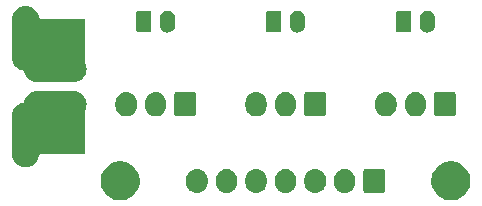
<source format=gts>
G04 #@! TF.GenerationSoftware,KiCad,Pcbnew,(5.1.5)-3*
G04 #@! TF.CreationDate,2020-09-06T00:36:18+02:00*
G04 #@! TF.ProjectId,2S_serial_charging_board,32535f73-6572-4696-916c-5f6368617267,1*
G04 #@! TF.SameCoordinates,Original*
G04 #@! TF.FileFunction,Soldermask,Top*
G04 #@! TF.FilePolarity,Negative*
%FSLAX46Y46*%
G04 Gerber Fmt 4.6, Leading zero omitted, Abs format (unit mm)*
G04 Created by KiCad (PCBNEW (5.1.5)-3) date 2020-09-06 00:36:18*
%MOMM*%
%LPD*%
G04 APERTURE LIST*
%ADD10C,0.100000*%
G04 APERTURE END LIST*
D10*
G36*
X99375256Y-115391298D02*
G01*
X99481579Y-115412447D01*
X99694037Y-115500450D01*
X99735965Y-115517817D01*
X99782042Y-115536903D01*
X100052451Y-115717585D01*
X100282415Y-115947549D01*
X100463097Y-116217958D01*
X100463098Y-116217960D01*
X100471813Y-116239000D01*
X100587553Y-116518421D01*
X100608702Y-116624744D01*
X100651000Y-116837389D01*
X100651000Y-117162611D01*
X100649677Y-117169260D01*
X100587553Y-117481579D01*
X100526907Y-117627991D01*
X100470080Y-117765185D01*
X100463097Y-117782042D01*
X100282415Y-118052451D01*
X100052451Y-118282415D01*
X99782042Y-118463097D01*
X99481579Y-118587553D01*
X99375256Y-118608702D01*
X99162611Y-118651000D01*
X98837389Y-118651000D01*
X98624744Y-118608702D01*
X98518421Y-118587553D01*
X98217958Y-118463097D01*
X97947549Y-118282415D01*
X97717585Y-118052451D01*
X97536903Y-117782042D01*
X97529921Y-117765185D01*
X97473093Y-117627991D01*
X97412447Y-117481579D01*
X97350323Y-117169260D01*
X97349000Y-117162611D01*
X97349000Y-116837389D01*
X97391298Y-116624744D01*
X97412447Y-116518421D01*
X97528187Y-116239000D01*
X97536902Y-116217960D01*
X97536903Y-116217958D01*
X97717585Y-115947549D01*
X97947549Y-115717585D01*
X98217958Y-115536903D01*
X98264036Y-115517817D01*
X98305963Y-115500450D01*
X98518421Y-115412447D01*
X98624744Y-115391298D01*
X98837389Y-115349000D01*
X99162611Y-115349000D01*
X99375256Y-115391298D01*
G37*
G36*
X127375256Y-115391298D02*
G01*
X127481579Y-115412447D01*
X127694037Y-115500450D01*
X127735965Y-115517817D01*
X127782042Y-115536903D01*
X128052451Y-115717585D01*
X128282415Y-115947549D01*
X128463097Y-116217958D01*
X128463098Y-116217960D01*
X128471813Y-116239000D01*
X128587553Y-116518421D01*
X128608702Y-116624744D01*
X128651000Y-116837389D01*
X128651000Y-117162611D01*
X128649677Y-117169260D01*
X128587553Y-117481579D01*
X128526907Y-117627991D01*
X128470080Y-117765185D01*
X128463097Y-117782042D01*
X128282415Y-118052451D01*
X128052451Y-118282415D01*
X127782042Y-118463097D01*
X127481579Y-118587553D01*
X127375256Y-118608702D01*
X127162611Y-118651000D01*
X126837389Y-118651000D01*
X126624744Y-118608702D01*
X126518421Y-118587553D01*
X126217958Y-118463097D01*
X125947549Y-118282415D01*
X125717585Y-118052451D01*
X125536903Y-117782042D01*
X125529921Y-117765185D01*
X125473093Y-117627991D01*
X125412447Y-117481579D01*
X125350323Y-117169260D01*
X125349000Y-117162611D01*
X125349000Y-116837389D01*
X125391298Y-116624744D01*
X125412447Y-116518421D01*
X125528187Y-116239000D01*
X125536902Y-116217960D01*
X125536903Y-116217958D01*
X125717585Y-115947549D01*
X125947549Y-115717585D01*
X126217958Y-115536903D01*
X126264036Y-115517817D01*
X126305963Y-115500450D01*
X126518421Y-115412447D01*
X126624744Y-115391298D01*
X126837389Y-115349000D01*
X127162611Y-115349000D01*
X127375256Y-115391298D01*
G37*
G36*
X108176627Y-115987037D02*
G01*
X108346466Y-116038557D01*
X108502991Y-116122222D01*
X108538729Y-116151552D01*
X108640186Y-116234814D01*
X108723448Y-116336271D01*
X108752778Y-116372009D01*
X108836443Y-116528534D01*
X108887963Y-116698374D01*
X108901000Y-116830743D01*
X108901000Y-117169258D01*
X108887963Y-117301627D01*
X108836443Y-117471465D01*
X108836442Y-117471468D01*
X108794611Y-117549728D01*
X108752778Y-117627991D01*
X108723448Y-117663729D01*
X108640186Y-117765186D01*
X108502989Y-117877779D01*
X108346467Y-117961442D01*
X108346465Y-117961443D01*
X108176626Y-118012963D01*
X108000000Y-118030359D01*
X107823373Y-118012963D01*
X107653534Y-117961443D01*
X107497009Y-117877778D01*
X107454750Y-117843097D01*
X107359814Y-117765186D01*
X107247221Y-117627989D01*
X107163558Y-117471467D01*
X107163557Y-117471465D01*
X107112037Y-117301626D01*
X107099000Y-117169257D01*
X107099000Y-116830742D01*
X107112037Y-116698373D01*
X107163557Y-116528534D01*
X107168963Y-116518421D01*
X107247221Y-116372011D01*
X107247222Y-116372009D01*
X107359815Y-116234815D01*
X107497010Y-116122222D01*
X107653535Y-116038557D01*
X107823374Y-115987037D01*
X108000000Y-115969641D01*
X108176627Y-115987037D01*
G37*
G36*
X110676627Y-115987037D02*
G01*
X110846466Y-116038557D01*
X111002991Y-116122222D01*
X111038729Y-116151552D01*
X111140186Y-116234814D01*
X111223448Y-116336271D01*
X111252778Y-116372009D01*
X111336443Y-116528534D01*
X111387963Y-116698374D01*
X111401000Y-116830743D01*
X111401000Y-117169258D01*
X111387963Y-117301627D01*
X111336443Y-117471465D01*
X111336442Y-117471468D01*
X111294611Y-117549728D01*
X111252778Y-117627991D01*
X111223448Y-117663729D01*
X111140186Y-117765186D01*
X111002989Y-117877779D01*
X110846467Y-117961442D01*
X110846465Y-117961443D01*
X110676626Y-118012963D01*
X110500000Y-118030359D01*
X110323373Y-118012963D01*
X110153534Y-117961443D01*
X109997009Y-117877778D01*
X109954750Y-117843097D01*
X109859814Y-117765186D01*
X109747221Y-117627989D01*
X109663558Y-117471467D01*
X109663557Y-117471465D01*
X109612037Y-117301626D01*
X109599000Y-117169257D01*
X109599000Y-116830742D01*
X109612037Y-116698373D01*
X109663557Y-116528534D01*
X109668963Y-116518421D01*
X109747221Y-116372011D01*
X109747222Y-116372009D01*
X109859815Y-116234815D01*
X109997010Y-116122222D01*
X110153535Y-116038557D01*
X110323374Y-115987037D01*
X110500000Y-115969641D01*
X110676627Y-115987037D01*
G37*
G36*
X113176627Y-115987037D02*
G01*
X113346466Y-116038557D01*
X113502991Y-116122222D01*
X113538729Y-116151552D01*
X113640186Y-116234814D01*
X113723448Y-116336271D01*
X113752778Y-116372009D01*
X113836443Y-116528534D01*
X113887963Y-116698374D01*
X113901000Y-116830743D01*
X113901000Y-117169258D01*
X113887963Y-117301627D01*
X113836443Y-117471465D01*
X113836442Y-117471468D01*
X113794611Y-117549728D01*
X113752778Y-117627991D01*
X113723448Y-117663729D01*
X113640186Y-117765186D01*
X113502989Y-117877779D01*
X113346467Y-117961442D01*
X113346465Y-117961443D01*
X113176626Y-118012963D01*
X113000000Y-118030359D01*
X112823373Y-118012963D01*
X112653534Y-117961443D01*
X112497009Y-117877778D01*
X112454750Y-117843097D01*
X112359814Y-117765186D01*
X112247221Y-117627989D01*
X112163558Y-117471467D01*
X112163557Y-117471465D01*
X112112037Y-117301626D01*
X112099000Y-117169257D01*
X112099000Y-116830742D01*
X112112037Y-116698373D01*
X112163557Y-116528534D01*
X112168963Y-116518421D01*
X112247221Y-116372011D01*
X112247222Y-116372009D01*
X112359815Y-116234815D01*
X112497010Y-116122222D01*
X112653535Y-116038557D01*
X112823374Y-115987037D01*
X113000000Y-115969641D01*
X113176627Y-115987037D01*
G37*
G36*
X115676627Y-115987037D02*
G01*
X115846466Y-116038557D01*
X116002991Y-116122222D01*
X116038729Y-116151552D01*
X116140186Y-116234814D01*
X116223448Y-116336271D01*
X116252778Y-116372009D01*
X116336443Y-116528534D01*
X116387963Y-116698374D01*
X116401000Y-116830743D01*
X116401000Y-117169258D01*
X116387963Y-117301627D01*
X116336443Y-117471465D01*
X116336442Y-117471468D01*
X116294611Y-117549728D01*
X116252778Y-117627991D01*
X116223448Y-117663729D01*
X116140186Y-117765186D01*
X116002989Y-117877779D01*
X115846467Y-117961442D01*
X115846465Y-117961443D01*
X115676626Y-118012963D01*
X115500000Y-118030359D01*
X115323373Y-118012963D01*
X115153534Y-117961443D01*
X114997009Y-117877778D01*
X114954750Y-117843097D01*
X114859814Y-117765186D01*
X114747221Y-117627989D01*
X114663558Y-117471467D01*
X114663557Y-117471465D01*
X114612037Y-117301626D01*
X114599000Y-117169257D01*
X114599000Y-116830742D01*
X114612037Y-116698373D01*
X114663557Y-116528534D01*
X114668963Y-116518421D01*
X114747221Y-116372011D01*
X114747222Y-116372009D01*
X114859815Y-116234815D01*
X114997010Y-116122222D01*
X115153535Y-116038557D01*
X115323374Y-115987037D01*
X115500000Y-115969641D01*
X115676627Y-115987037D01*
G37*
G36*
X118176627Y-115987037D02*
G01*
X118346466Y-116038557D01*
X118502991Y-116122222D01*
X118538729Y-116151552D01*
X118640186Y-116234814D01*
X118723448Y-116336271D01*
X118752778Y-116372009D01*
X118836443Y-116528534D01*
X118887963Y-116698374D01*
X118901000Y-116830743D01*
X118901000Y-117169258D01*
X118887963Y-117301627D01*
X118836443Y-117471465D01*
X118836442Y-117471468D01*
X118794611Y-117549728D01*
X118752778Y-117627991D01*
X118723448Y-117663729D01*
X118640186Y-117765186D01*
X118502989Y-117877779D01*
X118346467Y-117961442D01*
X118346465Y-117961443D01*
X118176626Y-118012963D01*
X118000000Y-118030359D01*
X117823373Y-118012963D01*
X117653534Y-117961443D01*
X117497009Y-117877778D01*
X117454750Y-117843097D01*
X117359814Y-117765186D01*
X117247221Y-117627989D01*
X117163558Y-117471467D01*
X117163557Y-117471465D01*
X117112037Y-117301626D01*
X117099000Y-117169257D01*
X117099000Y-116830742D01*
X117112037Y-116698373D01*
X117163557Y-116528534D01*
X117168963Y-116518421D01*
X117247221Y-116372011D01*
X117247222Y-116372009D01*
X117359815Y-116234815D01*
X117497010Y-116122222D01*
X117653535Y-116038557D01*
X117823374Y-115987037D01*
X118000000Y-115969641D01*
X118176627Y-115987037D01*
G37*
G36*
X105676627Y-115987037D02*
G01*
X105846466Y-116038557D01*
X106002991Y-116122222D01*
X106038729Y-116151552D01*
X106140186Y-116234814D01*
X106223448Y-116336271D01*
X106252778Y-116372009D01*
X106336443Y-116528534D01*
X106387963Y-116698374D01*
X106401000Y-116830743D01*
X106401000Y-117169258D01*
X106387963Y-117301627D01*
X106336443Y-117471465D01*
X106336442Y-117471468D01*
X106294611Y-117549728D01*
X106252778Y-117627991D01*
X106223448Y-117663729D01*
X106140186Y-117765186D01*
X106002989Y-117877779D01*
X105846467Y-117961442D01*
X105846465Y-117961443D01*
X105676626Y-118012963D01*
X105500000Y-118030359D01*
X105323373Y-118012963D01*
X105153534Y-117961443D01*
X104997009Y-117877778D01*
X104954750Y-117843097D01*
X104859814Y-117765186D01*
X104747221Y-117627989D01*
X104663558Y-117471467D01*
X104663557Y-117471465D01*
X104612037Y-117301626D01*
X104599000Y-117169257D01*
X104599000Y-116830742D01*
X104612037Y-116698373D01*
X104663557Y-116528534D01*
X104668963Y-116518421D01*
X104747221Y-116372011D01*
X104747222Y-116372009D01*
X104859815Y-116234815D01*
X104997010Y-116122222D01*
X105153535Y-116038557D01*
X105323374Y-115987037D01*
X105500000Y-115969641D01*
X105676627Y-115987037D01*
G37*
G36*
X121258600Y-115977989D02*
G01*
X121291652Y-115988015D01*
X121322103Y-116004292D01*
X121348799Y-116026201D01*
X121370708Y-116052897D01*
X121386985Y-116083348D01*
X121397011Y-116116400D01*
X121401000Y-116156903D01*
X121401000Y-117843097D01*
X121397011Y-117883600D01*
X121386985Y-117916652D01*
X121370708Y-117947103D01*
X121348799Y-117973799D01*
X121322103Y-117995708D01*
X121291652Y-118011985D01*
X121258600Y-118022011D01*
X121218097Y-118026000D01*
X119781903Y-118026000D01*
X119741400Y-118022011D01*
X119708348Y-118011985D01*
X119677897Y-117995708D01*
X119651201Y-117973799D01*
X119629292Y-117947103D01*
X119613015Y-117916652D01*
X119602989Y-117883600D01*
X119599000Y-117843097D01*
X119599000Y-116156903D01*
X119602989Y-116116400D01*
X119613015Y-116083348D01*
X119629292Y-116052897D01*
X119651201Y-116026201D01*
X119677897Y-116004292D01*
X119708348Y-115988015D01*
X119741400Y-115977989D01*
X119781903Y-115974000D01*
X121218097Y-115974000D01*
X121258600Y-115977989D01*
G37*
G36*
X95169271Y-109360103D02*
G01*
X95225635Y-109365654D01*
X95442600Y-109431470D01*
X95442602Y-109431471D01*
X95642555Y-109538347D01*
X95817818Y-109682182D01*
X95961653Y-109857445D01*
X96053100Y-110028532D01*
X96068530Y-110057400D01*
X96134346Y-110274365D01*
X96156569Y-110500000D01*
X96134346Y-110725635D01*
X96068530Y-110942600D01*
X96065757Y-110947788D01*
X96056382Y-110970422D01*
X96051000Y-111006707D01*
X96051000Y-114751000D01*
X92264838Y-114751000D01*
X92240452Y-114753402D01*
X92217003Y-114760515D01*
X92195392Y-114772066D01*
X92176450Y-114787611D01*
X92160905Y-114806553D01*
X92149354Y-114828164D01*
X92142241Y-114851613D01*
X92140441Y-114863747D01*
X92134346Y-114925634D01*
X92068529Y-115142602D01*
X91961653Y-115342555D01*
X91882652Y-115438817D01*
X91817818Y-115517818D01*
X91669204Y-115639781D01*
X91642553Y-115661653D01*
X91537911Y-115717585D01*
X91442599Y-115768530D01*
X91225634Y-115834346D01*
X91000000Y-115856569D01*
X90774365Y-115834346D01*
X90557400Y-115768530D01*
X90557398Y-115768529D01*
X90357445Y-115661653D01*
X90261183Y-115582652D01*
X90182182Y-115517818D01*
X90038348Y-115342554D01*
X89931470Y-115142599D01*
X89865654Y-114925634D01*
X89849000Y-114756542D01*
X89849001Y-111443457D01*
X89865655Y-111274365D01*
X89931471Y-111057400D01*
X89958567Y-111006707D01*
X90038348Y-110857445D01*
X90182183Y-110682182D01*
X90357446Y-110538347D01*
X90557398Y-110431471D01*
X90557401Y-110431470D01*
X90774366Y-110365654D01*
X90774369Y-110365654D01*
X90780470Y-110363803D01*
X90803109Y-110354425D01*
X90823484Y-110340812D01*
X90840811Y-110323485D01*
X90854424Y-110303110D01*
X90863802Y-110280471D01*
X90888705Y-110198376D01*
X90931470Y-110057400D01*
X90946900Y-110028532D01*
X91038347Y-109857445D01*
X91182182Y-109682182D01*
X91357445Y-109538347D01*
X91557398Y-109431471D01*
X91557400Y-109431470D01*
X91774365Y-109365654D01*
X91830729Y-109360103D01*
X91943455Y-109349000D01*
X95056545Y-109349000D01*
X95169271Y-109360103D01*
G37*
G36*
X113176627Y-109487037D02*
G01*
X113346466Y-109538557D01*
X113502991Y-109622222D01*
X113538729Y-109651552D01*
X113640186Y-109734814D01*
X113723448Y-109836271D01*
X113752778Y-109872009D01*
X113836443Y-110028534D01*
X113887963Y-110198374D01*
X113887963Y-110198376D01*
X113898279Y-110303110D01*
X113901000Y-110330743D01*
X113901000Y-110669258D01*
X113887963Y-110801627D01*
X113836443Y-110971466D01*
X113752778Y-111127991D01*
X113723448Y-111163729D01*
X113640186Y-111265186D01*
X113502989Y-111377779D01*
X113346467Y-111461442D01*
X113346465Y-111461443D01*
X113176626Y-111512963D01*
X113000000Y-111530359D01*
X112823373Y-111512963D01*
X112653534Y-111461443D01*
X112497009Y-111377778D01*
X112454750Y-111343097D01*
X112359814Y-111265186D01*
X112247221Y-111127989D01*
X112163558Y-110971467D01*
X112163241Y-110970422D01*
X112112037Y-110801626D01*
X112099000Y-110669257D01*
X112099000Y-110330742D01*
X112112037Y-110198373D01*
X112163557Y-110028534D01*
X112247222Y-109872009D01*
X112359815Y-109734815D01*
X112497010Y-109622222D01*
X112653535Y-109538557D01*
X112823374Y-109487037D01*
X113000000Y-109469641D01*
X113176627Y-109487037D01*
G37*
G36*
X102176627Y-109487037D02*
G01*
X102346466Y-109538557D01*
X102502991Y-109622222D01*
X102538729Y-109651552D01*
X102640186Y-109734814D01*
X102723448Y-109836271D01*
X102752778Y-109872009D01*
X102836443Y-110028534D01*
X102887963Y-110198374D01*
X102887963Y-110198376D01*
X102898279Y-110303110D01*
X102901000Y-110330743D01*
X102901000Y-110669258D01*
X102887963Y-110801627D01*
X102836443Y-110971466D01*
X102752778Y-111127991D01*
X102723448Y-111163729D01*
X102640186Y-111265186D01*
X102502989Y-111377779D01*
X102346467Y-111461442D01*
X102346465Y-111461443D01*
X102176626Y-111512963D01*
X102000000Y-111530359D01*
X101823373Y-111512963D01*
X101653534Y-111461443D01*
X101497009Y-111377778D01*
X101454750Y-111343097D01*
X101359814Y-111265186D01*
X101247221Y-111127989D01*
X101163558Y-110971467D01*
X101163241Y-110970422D01*
X101112037Y-110801626D01*
X101099000Y-110669257D01*
X101099000Y-110330742D01*
X101112037Y-110198373D01*
X101163557Y-110028534D01*
X101247222Y-109872009D01*
X101359815Y-109734815D01*
X101497010Y-109622222D01*
X101653535Y-109538557D01*
X101823374Y-109487037D01*
X102000000Y-109469641D01*
X102176627Y-109487037D01*
G37*
G36*
X110676627Y-109487037D02*
G01*
X110846466Y-109538557D01*
X111002991Y-109622222D01*
X111038729Y-109651552D01*
X111140186Y-109734814D01*
X111223448Y-109836271D01*
X111252778Y-109872009D01*
X111336443Y-110028534D01*
X111387963Y-110198374D01*
X111387963Y-110198376D01*
X111398279Y-110303110D01*
X111401000Y-110330743D01*
X111401000Y-110669258D01*
X111387963Y-110801627D01*
X111336443Y-110971466D01*
X111252778Y-111127991D01*
X111223448Y-111163729D01*
X111140186Y-111265186D01*
X111002989Y-111377779D01*
X110846467Y-111461442D01*
X110846465Y-111461443D01*
X110676626Y-111512963D01*
X110500000Y-111530359D01*
X110323373Y-111512963D01*
X110153534Y-111461443D01*
X109997009Y-111377778D01*
X109954750Y-111343097D01*
X109859814Y-111265186D01*
X109747221Y-111127989D01*
X109663558Y-110971467D01*
X109663241Y-110970422D01*
X109612037Y-110801626D01*
X109599000Y-110669257D01*
X109599000Y-110330742D01*
X109612037Y-110198373D01*
X109663557Y-110028534D01*
X109747222Y-109872009D01*
X109859815Y-109734815D01*
X109997010Y-109622222D01*
X110153535Y-109538557D01*
X110323374Y-109487037D01*
X110500000Y-109469641D01*
X110676627Y-109487037D01*
G37*
G36*
X121676627Y-109487037D02*
G01*
X121846466Y-109538557D01*
X122002991Y-109622222D01*
X122038729Y-109651552D01*
X122140186Y-109734814D01*
X122223448Y-109836271D01*
X122252778Y-109872009D01*
X122336443Y-110028534D01*
X122387963Y-110198374D01*
X122387963Y-110198376D01*
X122398279Y-110303110D01*
X122401000Y-110330743D01*
X122401000Y-110669258D01*
X122387963Y-110801627D01*
X122336443Y-110971466D01*
X122252778Y-111127991D01*
X122223448Y-111163729D01*
X122140186Y-111265186D01*
X122002989Y-111377779D01*
X121846467Y-111461442D01*
X121846465Y-111461443D01*
X121676626Y-111512963D01*
X121500000Y-111530359D01*
X121323373Y-111512963D01*
X121153534Y-111461443D01*
X120997009Y-111377778D01*
X120954750Y-111343097D01*
X120859814Y-111265186D01*
X120747221Y-111127989D01*
X120663558Y-110971467D01*
X120663241Y-110970422D01*
X120612037Y-110801626D01*
X120599000Y-110669257D01*
X120599000Y-110330742D01*
X120612037Y-110198373D01*
X120663557Y-110028534D01*
X120747222Y-109872009D01*
X120859815Y-109734815D01*
X120997010Y-109622222D01*
X121153535Y-109538557D01*
X121323374Y-109487037D01*
X121500000Y-109469641D01*
X121676627Y-109487037D01*
G37*
G36*
X124176627Y-109487037D02*
G01*
X124346466Y-109538557D01*
X124502991Y-109622222D01*
X124538729Y-109651552D01*
X124640186Y-109734814D01*
X124723448Y-109836271D01*
X124752778Y-109872009D01*
X124836443Y-110028534D01*
X124887963Y-110198374D01*
X124887963Y-110198376D01*
X124898279Y-110303110D01*
X124901000Y-110330743D01*
X124901000Y-110669258D01*
X124887963Y-110801627D01*
X124836443Y-110971466D01*
X124752778Y-111127991D01*
X124723448Y-111163729D01*
X124640186Y-111265186D01*
X124502989Y-111377779D01*
X124346467Y-111461442D01*
X124346465Y-111461443D01*
X124176626Y-111512963D01*
X124000000Y-111530359D01*
X123823373Y-111512963D01*
X123653534Y-111461443D01*
X123497009Y-111377778D01*
X123454750Y-111343097D01*
X123359814Y-111265186D01*
X123247221Y-111127989D01*
X123163558Y-110971467D01*
X123163241Y-110970422D01*
X123112037Y-110801626D01*
X123099000Y-110669257D01*
X123099000Y-110330742D01*
X123112037Y-110198373D01*
X123163557Y-110028534D01*
X123247222Y-109872009D01*
X123359815Y-109734815D01*
X123497010Y-109622222D01*
X123653535Y-109538557D01*
X123823374Y-109487037D01*
X124000000Y-109469641D01*
X124176627Y-109487037D01*
G37*
G36*
X99676627Y-109487037D02*
G01*
X99846466Y-109538557D01*
X100002991Y-109622222D01*
X100038729Y-109651552D01*
X100140186Y-109734814D01*
X100223448Y-109836271D01*
X100252778Y-109872009D01*
X100336443Y-110028534D01*
X100387963Y-110198374D01*
X100387963Y-110198376D01*
X100398279Y-110303110D01*
X100401000Y-110330743D01*
X100401000Y-110669258D01*
X100387963Y-110801627D01*
X100336443Y-110971466D01*
X100252778Y-111127991D01*
X100223448Y-111163729D01*
X100140186Y-111265186D01*
X100002989Y-111377779D01*
X99846467Y-111461442D01*
X99846465Y-111461443D01*
X99676626Y-111512963D01*
X99500000Y-111530359D01*
X99323373Y-111512963D01*
X99153534Y-111461443D01*
X98997009Y-111377778D01*
X98954750Y-111343097D01*
X98859814Y-111265186D01*
X98747221Y-111127989D01*
X98663558Y-110971467D01*
X98663241Y-110970422D01*
X98612037Y-110801626D01*
X98599000Y-110669257D01*
X98599000Y-110330742D01*
X98612037Y-110198373D01*
X98663557Y-110028534D01*
X98747222Y-109872009D01*
X98859815Y-109734815D01*
X98997010Y-109622222D01*
X99153535Y-109538557D01*
X99323374Y-109487037D01*
X99500000Y-109469641D01*
X99676627Y-109487037D01*
G37*
G36*
X105258600Y-109477989D02*
G01*
X105291652Y-109488015D01*
X105322103Y-109504292D01*
X105348799Y-109526201D01*
X105370708Y-109552897D01*
X105386985Y-109583348D01*
X105397011Y-109616400D01*
X105401000Y-109656903D01*
X105401000Y-111343097D01*
X105397011Y-111383600D01*
X105386985Y-111416652D01*
X105370708Y-111447103D01*
X105348799Y-111473799D01*
X105322103Y-111495708D01*
X105291652Y-111511985D01*
X105258600Y-111522011D01*
X105218097Y-111526000D01*
X103781903Y-111526000D01*
X103741400Y-111522011D01*
X103708348Y-111511985D01*
X103677897Y-111495708D01*
X103651201Y-111473799D01*
X103629292Y-111447103D01*
X103613015Y-111416652D01*
X103602989Y-111383600D01*
X103599000Y-111343097D01*
X103599000Y-109656903D01*
X103602989Y-109616400D01*
X103613015Y-109583348D01*
X103629292Y-109552897D01*
X103651201Y-109526201D01*
X103677897Y-109504292D01*
X103708348Y-109488015D01*
X103741400Y-109477989D01*
X103781903Y-109474000D01*
X105218097Y-109474000D01*
X105258600Y-109477989D01*
G37*
G36*
X116258600Y-109477989D02*
G01*
X116291652Y-109488015D01*
X116322103Y-109504292D01*
X116348799Y-109526201D01*
X116370708Y-109552897D01*
X116386985Y-109583348D01*
X116397011Y-109616400D01*
X116401000Y-109656903D01*
X116401000Y-111343097D01*
X116397011Y-111383600D01*
X116386985Y-111416652D01*
X116370708Y-111447103D01*
X116348799Y-111473799D01*
X116322103Y-111495708D01*
X116291652Y-111511985D01*
X116258600Y-111522011D01*
X116218097Y-111526000D01*
X114781903Y-111526000D01*
X114741400Y-111522011D01*
X114708348Y-111511985D01*
X114677897Y-111495708D01*
X114651201Y-111473799D01*
X114629292Y-111447103D01*
X114613015Y-111416652D01*
X114602989Y-111383600D01*
X114599000Y-111343097D01*
X114599000Y-109656903D01*
X114602989Y-109616400D01*
X114613015Y-109583348D01*
X114629292Y-109552897D01*
X114651201Y-109526201D01*
X114677897Y-109504292D01*
X114708348Y-109488015D01*
X114741400Y-109477989D01*
X114781903Y-109474000D01*
X116218097Y-109474000D01*
X116258600Y-109477989D01*
G37*
G36*
X127258600Y-109477989D02*
G01*
X127291652Y-109488015D01*
X127322103Y-109504292D01*
X127348799Y-109526201D01*
X127370708Y-109552897D01*
X127386985Y-109583348D01*
X127397011Y-109616400D01*
X127401000Y-109656903D01*
X127401000Y-111343097D01*
X127397011Y-111383600D01*
X127386985Y-111416652D01*
X127370708Y-111447103D01*
X127348799Y-111473799D01*
X127322103Y-111495708D01*
X127291652Y-111511985D01*
X127258600Y-111522011D01*
X127218097Y-111526000D01*
X125781903Y-111526000D01*
X125741400Y-111522011D01*
X125708348Y-111511985D01*
X125677897Y-111495708D01*
X125651201Y-111473799D01*
X125629292Y-111447103D01*
X125613015Y-111416652D01*
X125602989Y-111383600D01*
X125599000Y-111343097D01*
X125599000Y-109656903D01*
X125602989Y-109616400D01*
X125613015Y-109583348D01*
X125629292Y-109552897D01*
X125651201Y-109526201D01*
X125677897Y-109504292D01*
X125708348Y-109488015D01*
X125741400Y-109477989D01*
X125781903Y-109474000D01*
X127218097Y-109474000D01*
X127258600Y-109477989D01*
G37*
G36*
X91225635Y-102165654D02*
G01*
X91442600Y-102231470D01*
X91442602Y-102231471D01*
X91642555Y-102338347D01*
X91817818Y-102482182D01*
X91961653Y-102657445D01*
X92033750Y-102792331D01*
X92068530Y-102857400D01*
X92104102Y-102974664D01*
X92134346Y-103074366D01*
X92140441Y-103136253D01*
X92145221Y-103160286D01*
X92154599Y-103182925D01*
X92168212Y-103203299D01*
X92185539Y-103220626D01*
X92205914Y-103234240D01*
X92228552Y-103243617D01*
X92252586Y-103248398D01*
X92264838Y-103249000D01*
X96051000Y-103249000D01*
X96051000Y-106993293D01*
X96053402Y-107017679D01*
X96065758Y-107052213D01*
X96068530Y-107057400D01*
X96134346Y-107274365D01*
X96134346Y-107274366D01*
X96156569Y-107500000D01*
X96134346Y-107725634D01*
X96068529Y-107942602D01*
X95961653Y-108142555D01*
X95817818Y-108317818D01*
X95642555Y-108461653D01*
X95442602Y-108568529D01*
X95442600Y-108568530D01*
X95225635Y-108634346D01*
X95169271Y-108639897D01*
X95056545Y-108651000D01*
X91943455Y-108651000D01*
X91830729Y-108639897D01*
X91774365Y-108634346D01*
X91557400Y-108568530D01*
X91557398Y-108568529D01*
X91357445Y-108461653D01*
X91182182Y-108317818D01*
X91038347Y-108142555D01*
X90931469Y-107942599D01*
X90863801Y-107719529D01*
X90854424Y-107696891D01*
X90840810Y-107676516D01*
X90823483Y-107659189D01*
X90803109Y-107645576D01*
X90780471Y-107636199D01*
X90557401Y-107568531D01*
X90357445Y-107461653D01*
X90261183Y-107382652D01*
X90182182Y-107317818D01*
X90038348Y-107142554D01*
X89931470Y-106942599D01*
X89865654Y-106725634D01*
X89849000Y-106556542D01*
X89849001Y-103243457D01*
X89851250Y-103220626D01*
X89865655Y-103074366D01*
X89895899Y-102974664D01*
X89931471Y-102857400D01*
X89966251Y-102792331D01*
X90038348Y-102657445D01*
X90182183Y-102482182D01*
X90357446Y-102338347D01*
X90557399Y-102231471D01*
X90557401Y-102231470D01*
X90774366Y-102165654D01*
X91000000Y-102143431D01*
X91225635Y-102165654D01*
G37*
G36*
X114127617Y-102583420D02*
G01*
X114208399Y-102607925D01*
X114250335Y-102620646D01*
X114363424Y-102681094D01*
X114462554Y-102762447D01*
X114543906Y-102861575D01*
X114604354Y-102974664D01*
X114614040Y-103006596D01*
X114641580Y-103097382D01*
X114651000Y-103193027D01*
X114651000Y-103806973D01*
X114641580Y-103902618D01*
X114622526Y-103965430D01*
X114604354Y-104025336D01*
X114543906Y-104138425D01*
X114462554Y-104237554D01*
X114363425Y-104318906D01*
X114250336Y-104379354D01*
X114218404Y-104389040D01*
X114127618Y-104416580D01*
X114000000Y-104429149D01*
X113872383Y-104416580D01*
X113781597Y-104389040D01*
X113749665Y-104379354D01*
X113636576Y-104318906D01*
X113537447Y-104237554D01*
X113456096Y-104138427D01*
X113456095Y-104138425D01*
X113427957Y-104085783D01*
X113395645Y-104025333D01*
X113377474Y-103965430D01*
X113358420Y-103902618D01*
X113349000Y-103806973D01*
X113349000Y-103193028D01*
X113358420Y-103097383D01*
X113395645Y-102974669D01*
X113395646Y-102974665D01*
X113456094Y-102861576D01*
X113537447Y-102762446D01*
X113636575Y-102681094D01*
X113749664Y-102620646D01*
X113791600Y-102607925D01*
X113872382Y-102583420D01*
X114000000Y-102570851D01*
X114127617Y-102583420D01*
G37*
G36*
X103127617Y-102583420D02*
G01*
X103208399Y-102607925D01*
X103250335Y-102620646D01*
X103363424Y-102681094D01*
X103462554Y-102762447D01*
X103543906Y-102861575D01*
X103604354Y-102974664D01*
X103614040Y-103006596D01*
X103641580Y-103097382D01*
X103651000Y-103193027D01*
X103651000Y-103806973D01*
X103641580Y-103902618D01*
X103622526Y-103965430D01*
X103604354Y-104025336D01*
X103543906Y-104138425D01*
X103462554Y-104237554D01*
X103363425Y-104318906D01*
X103250336Y-104379354D01*
X103218404Y-104389040D01*
X103127618Y-104416580D01*
X103000000Y-104429149D01*
X102872383Y-104416580D01*
X102781597Y-104389040D01*
X102749665Y-104379354D01*
X102636576Y-104318906D01*
X102537447Y-104237554D01*
X102456096Y-104138427D01*
X102456095Y-104138425D01*
X102427957Y-104085783D01*
X102395645Y-104025333D01*
X102377474Y-103965430D01*
X102358420Y-103902618D01*
X102349000Y-103806973D01*
X102349000Y-103193028D01*
X102358420Y-103097383D01*
X102395645Y-102974669D01*
X102395646Y-102974665D01*
X102456094Y-102861576D01*
X102537447Y-102762446D01*
X102636575Y-102681094D01*
X102749664Y-102620646D01*
X102791600Y-102607925D01*
X102872382Y-102583420D01*
X103000000Y-102570851D01*
X103127617Y-102583420D01*
G37*
G36*
X125127617Y-102583420D02*
G01*
X125208399Y-102607925D01*
X125250335Y-102620646D01*
X125363424Y-102681094D01*
X125462554Y-102762447D01*
X125543906Y-102861575D01*
X125604354Y-102974664D01*
X125614040Y-103006596D01*
X125641580Y-103097382D01*
X125651000Y-103193027D01*
X125651000Y-103806973D01*
X125641580Y-103902618D01*
X125622526Y-103965430D01*
X125604354Y-104025336D01*
X125543906Y-104138425D01*
X125462554Y-104237554D01*
X125363425Y-104318906D01*
X125250336Y-104379354D01*
X125218404Y-104389040D01*
X125127618Y-104416580D01*
X125000000Y-104429149D01*
X124872383Y-104416580D01*
X124781597Y-104389040D01*
X124749665Y-104379354D01*
X124636576Y-104318906D01*
X124537447Y-104237554D01*
X124456096Y-104138427D01*
X124456095Y-104138425D01*
X124427957Y-104085783D01*
X124395645Y-104025333D01*
X124377474Y-103965430D01*
X124358420Y-103902618D01*
X124349000Y-103806973D01*
X124349000Y-103193028D01*
X124358420Y-103097383D01*
X124395645Y-102974669D01*
X124395646Y-102974665D01*
X124456094Y-102861576D01*
X124537447Y-102762446D01*
X124636575Y-102681094D01*
X124749664Y-102620646D01*
X124791600Y-102607925D01*
X124872382Y-102583420D01*
X125000000Y-102570851D01*
X125127617Y-102583420D01*
G37*
G36*
X101491242Y-102578404D02*
G01*
X101528337Y-102589657D01*
X101562515Y-102607925D01*
X101592481Y-102632519D01*
X101617075Y-102662485D01*
X101635343Y-102696663D01*
X101646596Y-102733758D01*
X101651000Y-102778474D01*
X101651000Y-104221526D01*
X101646596Y-104266242D01*
X101635343Y-104303337D01*
X101617075Y-104337515D01*
X101592481Y-104367481D01*
X101562515Y-104392075D01*
X101528337Y-104410343D01*
X101491242Y-104421596D01*
X101446526Y-104426000D01*
X100553474Y-104426000D01*
X100508758Y-104421596D01*
X100471663Y-104410343D01*
X100437485Y-104392075D01*
X100407519Y-104367481D01*
X100382925Y-104337515D01*
X100364657Y-104303337D01*
X100353404Y-104266242D01*
X100349000Y-104221526D01*
X100349000Y-102778474D01*
X100353404Y-102733758D01*
X100364657Y-102696663D01*
X100382925Y-102662485D01*
X100407519Y-102632519D01*
X100437485Y-102607925D01*
X100471663Y-102589657D01*
X100508758Y-102578404D01*
X100553474Y-102574000D01*
X101446526Y-102574000D01*
X101491242Y-102578404D01*
G37*
G36*
X112491242Y-102578404D02*
G01*
X112528337Y-102589657D01*
X112562515Y-102607925D01*
X112592481Y-102632519D01*
X112617075Y-102662485D01*
X112635343Y-102696663D01*
X112646596Y-102733758D01*
X112651000Y-102778474D01*
X112651000Y-104221526D01*
X112646596Y-104266242D01*
X112635343Y-104303337D01*
X112617075Y-104337515D01*
X112592481Y-104367481D01*
X112562515Y-104392075D01*
X112528337Y-104410343D01*
X112491242Y-104421596D01*
X112446526Y-104426000D01*
X111553474Y-104426000D01*
X111508758Y-104421596D01*
X111471663Y-104410343D01*
X111437485Y-104392075D01*
X111407519Y-104367481D01*
X111382925Y-104337515D01*
X111364657Y-104303337D01*
X111353404Y-104266242D01*
X111349000Y-104221526D01*
X111349000Y-102778474D01*
X111353404Y-102733758D01*
X111364657Y-102696663D01*
X111382925Y-102662485D01*
X111407519Y-102632519D01*
X111437485Y-102607925D01*
X111471663Y-102589657D01*
X111508758Y-102578404D01*
X111553474Y-102574000D01*
X112446526Y-102574000D01*
X112491242Y-102578404D01*
G37*
G36*
X123491242Y-102578404D02*
G01*
X123528337Y-102589657D01*
X123562515Y-102607925D01*
X123592481Y-102632519D01*
X123617075Y-102662485D01*
X123635343Y-102696663D01*
X123646596Y-102733758D01*
X123651000Y-102778474D01*
X123651000Y-104221526D01*
X123646596Y-104266242D01*
X123635343Y-104303337D01*
X123617075Y-104337515D01*
X123592481Y-104367481D01*
X123562515Y-104392075D01*
X123528337Y-104410343D01*
X123491242Y-104421596D01*
X123446526Y-104426000D01*
X122553474Y-104426000D01*
X122508758Y-104421596D01*
X122471663Y-104410343D01*
X122437485Y-104392075D01*
X122407519Y-104367481D01*
X122382925Y-104337515D01*
X122364657Y-104303337D01*
X122353404Y-104266242D01*
X122349000Y-104221526D01*
X122349000Y-102778474D01*
X122353404Y-102733758D01*
X122364657Y-102696663D01*
X122382925Y-102662485D01*
X122407519Y-102632519D01*
X122437485Y-102607925D01*
X122471663Y-102589657D01*
X122508758Y-102578404D01*
X122553474Y-102574000D01*
X123446526Y-102574000D01*
X123491242Y-102578404D01*
G37*
M02*

</source>
